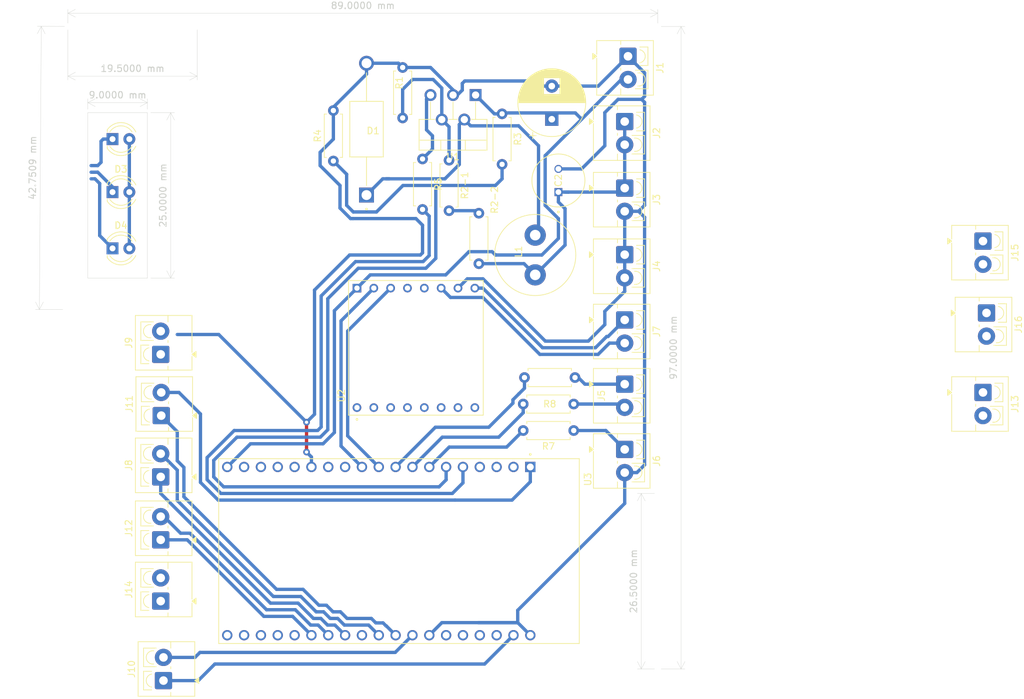
<source format=kicad_pcb>
(kicad_pcb (version 20240108) (generator "pcbnew") (generator_version "8.0")
  (layers (0 "F.Cu" signal) (31 "B.Cu" signal) (34 "B.Paste" user) (35 "F.Paste" user) (36 "B.SilkS" user "B.Silkscreen") (37 "F.SilkS" user "F.Silkscreen") (38 "B.Mask" user) (39 "F.Mask" user) (44 "Edge.Cuts" user))
  (net 0 "")
  (net 1 "+6V")
  (net 2 "GNDREF")
  (net 3 "Net-(D1-K)")
  (net 4 "Net-(U3-IO33)")
  (net 5 "Net-(U1-~{ON}{slash}OFF)")
  (net 6 "Net-(U1-FB)")
  (net 7 "Net-(R2-1-Pad2)")
  (net 8 "Net-(U3-IO35)")
  (net 9 "Net-(U3-IO34)")
  (net 11 "Net-(J2-Pin_1)")
  (net 12 "Net-(J9-Pin_1)")
  (net 13 "unconnected-(D2-K-Pad1)")
  (net 14 "Net-(D2-A)")
  (net 15 "unconnected-(D3-K-Pad1)")
  (net 16 "Net-(J13-Pin_2)")
  (net 18 "Net-(U3-IO25)")
  (net 19 "Net-(J13-Pin_1)")
  (net 20 "Net-(J7-Pin_1)")
  (net 24 "Net-(J14-Pin_2)")
  (net 25 "Net-(U3-IO32)")
  (net 28 "Net-(J14-Pin_1)")
  (net 29 "Net-(J7-Pin_2)")
  (net 32 "Net-(J8-Pin_2)")
  (net 33 "Net-(J15-Pin_2)")
  (net 34 "Net-(J8-Pin_1)")
  (net 35 "Net-(J15-Pin_1)")
  (net 38 "Net-(J10-Pin_1)")
  (net 39 "Net-(J16-Pin_1)")
  (net 41 "Net-(J10-Pin_2)")
  (net 42 "Net-(J11-Pin_2)")
  (net 43 "Net-(J11-Pin_1)")
  (net 44 "Net-(J12-Pin_1)")
  (net 45 "Net-(J12-Pin_2)")
  (net 52 "Net-(U2-RX)")
  (net 57 "Net-(U2-TX)")
  (net 58 "unconnected-(D4-K-Pad1)")
  (net 59 "Net-(J5-Pin_1)")
  (net 60 "Net-(J5-Pin_2)")
  (net 61 "Net-(J6-Pin_1)")
  (footprint "Resistor_THT:R_Axial_DIN0207_L6.3mm_D2.5mm_P7.62mm_Horizontal" (layer "F.Cu") (at 126.5 40.19 -90)
    (property "Reference" "R3" (at 3.81 -2.37 90) (layer "F.SilkS"))
    (property "Value" "160k")
    (pad "1" thru_hole circle (at 0 0 270) (size 1.6 1.6) (drill 0.8) (layers "*.Cu" "*.Mask") (net 1 "+6V"))
    (pad "2" thru_hole oval (at 7.62 0 270) (size 1.6 1.6) (drill 0.8) (layers "*.Cu" "*.Mask") (net 8 "Net-(U3-IO35)"))
  )
  (footprint "SchottkyDIodeFor491:DIOAD1990W125L840D530" (layer "F.Cu") (at 106.05 42.5 90)
    (property "Reference" "D1" (at -0.25 1 180) (layer "F.SilkS"))
    (property "Value" "D_Schottky")
    (pad "1" thru_hole rect (at -9.95 0 90) (size 2.25 2.25) (drill 1.5) (layers "*.Cu" "*.Mask") (net 3 "Net-(D1-K)"))
    (pad "2" thru_hole circle (at 9.95 0 90) (size 2.25 2.25) (drill 1.5) (layers "*.Cu" "*.Mask") (net 2 "GNDREF"))
  )
  (footprint "Resistor_THT:R_Axial_DIN0207_L6.3mm_D2.5mm_P7.62mm_Horizontal" (layer "F.Cu") (at 111.5 33.19 -90)
    (property "Reference" "R1" (at 2.31 0.5 90) (layer "F.SilkS"))
    (property "Value" "82k")
    (pad "1" thru_hole circle (at 0 0 270) (size 1.6 1.6) (drill 0.8) (layers "*.Cu" "*.Mask") (net 2 "GNDREF"))
    (pad "2" thru_hole oval (at 7.62 0 270) (size 1.6 1.6) (drill 0.8) (layers "*.Cu" "*.Mask") (net 6 "Net-(U1-FB)"))
  )
  (footprint "TerminalBlock_4Ucon:TerminalBlock_4Ucon_1x02_P3.50mm_Vertical" (layer "F.Cu") (at 75 113.75 90)
    (property "Reference" "J14" (at 1.75 -4.82 90) (layer "F.SilkS"))
    (property "Value" "0215")
    (pad "1" thru_hole roundrect (at 0 0 90) (size 2.6 2.6) (drill 1.3) (layers "*.Cu" "*.Mask") (roundrect_rratio 0.096154) (net 28 "Net-(J14-Pin_1)"))
    (pad "2" thru_hole circle (at 3.5 0 90) (size 2.6 2.6) (drill 1.3) (layers "*.Cu" "*.Mask") (net 24 "Net-(J14-Pin_2)"))
  )
  (footprint "Resistor_THT:R_Axial_DIN0207_L6.3mm_D2.5mm_P7.62mm_Horizontal" (layer "F.Cu") (at 137.31 88 180)
    (property "Reference" "R7" (at 3.81 -2.37 0) (layer "F.SilkS"))
    (property "Value" "330")
    (pad "1" thru_hole circle (at 0 0 180) (size 1.6 1.6) (drill 0.8) (layers "*.Cu" "*.Mask") (net 61 "Net-(J6-Pin_1)"))
    (pad "2" thru_hole oval (at 7.62 0 180) (size 1.6 1.6) (drill 0.8) (layers "*.Cu" "*.Mask") (net 25 "Net-(U3-IO32)"))
  )
  (footprint "Resistor_THT:R_Axial_DIN0207_L6.3mm_D2.5mm_P7.62mm_Horizontal" (layer "F.Cu") (at 137.5 80 180)
    (property "Reference" "R8" (at 3.81 -4 0) (layer "F.SilkS"))
    (property "Value" "330")
    (pad "1" thru_hole circle (at 0 0 180) (size 1.6 1.6) (drill 0.8) (layers "*.Cu" "*.Mask") (net 59 "Net-(J5-Pin_1)"))
    (pad "2" thru_hole oval (at 7.62 0 180) (size 1.6 1.6) (drill 0.8) (layers "*.Cu" "*.Mask") (net 18 "Net-(U3-IO25)"))
  )
  (footprint "Inductor_THT:L_Radial_D12.0mm_P6.00mm_Murata_1900R" (layer "F.Cu") (at 131.5 64.5 90)
    (property "Reference" "L1" (at 3.5 -2.5 90) (layer "F.SilkS"))
    (property "Value" "68m")
    (pad "1" thru_hole circle (at 0 0 90) (size 3.2 3.2) (drill 1.6) (layers "*.Cu" "*.Mask") (net 11 "Net-(J2-Pin_1)"))
    (pad "2" thru_hole circle (at 6 0 90) (size 3.2 3.2) (drill 1.6) (layers "*.Cu" "*.Mask") (net 3 "Net-(D1-K)"))
  )
  (footprint "Capacitor_THT:CP_Radial_D10.0mm_P5.00mm" (layer "F.Cu") (at 134 41 90)
    (property "Reference" "C3" (hide yes))
    (property "Value" "470 uF" (hide yes))
    (pad "1" thru_hole rect (at 0 0 90) (size 2 2) (drill 1) (layers "*.Cu" "*.Mask") (net 1 "+6V"))
    (pad "2" thru_hole circle (at 5 0 90) (size 2 2) (drill 1) (layers "*.Cu" "*.Mask") (net 2 "GNDREF"))
  )
  (footprint "TerminalBlock_4Ucon:TerminalBlock_4Ucon_1x02_P3.50mm_Vertical" (layer "F.Cu") (at 75 76.5 90)
    (property "Reference" "J9" (at 1.75 -4.82 90) (layer "F.SilkS"))
    (property "Value" "22/GND")
    (pad "1" thru_hole roundrect (at 0 0 90) (size 2.6 2.6) (drill 1.3) (layers "*.Cu" "*.Mask") (roundrect_rratio 0.096154) (net 12 "Net-(J9-Pin_1)"))
    (pad "2" thru_hole circle (at 3.5 0 90) (size 2.6 2.6) (drill 1.3) (layers "*.Cu" "*.Mask") (net 2 "GNDREF"))
  )
  (footprint "TerminalBlock_4Ucon:TerminalBlock_4Ucon_1x02_P3.50mm_Vertical" (layer "F.Cu") (at 145.5 31.5 -90)
    (property "Reference" "J1" (at 1.75 -4.82 90) (layer "F.SilkS"))
    (property "Value" "BATTERY TERMS")
    (pad "1" thru_hole roundrect (at 0 0 270) (size 2.6 2.6) (drill 1.3) (layers "*.Cu" "*.Mask") (roundrect_rratio 0.096154) (net 2 "GNDREF"))
    (pad "2" thru_hole circle (at 3.5 0 270) (size 2.6 2.6) (drill 1.3) (layers "*.Cu" "*.Mask") (net 1 "+6V"))
  )
  (footprint "Package_TO_SOT_THT:TO-220-5_P3.4x3.7mm_StaggerOdd_Lead3.8mm_Vertical" (layer "F.Cu") (at 122.504214 37.35 180)
    (property "Reference" "U1" (at 3.4 -9.32 0) (layer "F.SilkS"))
    (property "Value" "LM2596T-3.3")
    (pad "1" thru_hole rect (at 0 0 180) (size 1.8 1.8) (drill 1.1) (layers "*.Cu" "*.Mask") (net 1 "+6V"))
    (pad "2" thru_hole oval (at 1.7 -3.7 180) (size 1.8 1.8) (drill 1.1) (layers "*.Cu" "*.Mask") (net 3 "Net-(D1-K)"))
    (pad "3" thru_hole oval (at 3.4 0 180) (size 1.8 1.8) (drill 1.1) (layers "*.Cu" "*.Mask") (net 2 "GNDREF"))
    (pad "4" thru_hole oval (at 5.1 -3.7 180) (size 1.8 1.8) (drill 1.1) (layers "*.Cu" "*.Mask") (net 6 "Net-(U1-FB)"))
    (pad "5" thru_hole oval (at 6.8 0 180) (size 1.8 1.8) (drill 1.1) (layers "*.Cu" "*.Mask") (net 5 "Net-(U1-~{ON}{slash}OFF)"))
  )
  (footprint "TerminalBlock_4Ucon:TerminalBlock_4Ucon_1x02_P3.50mm_Vertical" (layer "F.Cu") (at 145 61.45 -90)
    (property "Reference" "J4" (at 1.75 -4.82 90) (layer "F.SilkS"))
    (property "Value" "GND")
    (pad "1" thru_hole roundrect (at 0 0 270) (size 2.6 2.6) (drill 1.3) (layers "*.Cu" "*.Mask") (roundrect_rratio 0.096154) (net 2 "GNDREF"))
    (pad "2" thru_hole circle (at 3.5 0 270) (size 2.6 2.6) (drill 1.3) (layers "*.Cu" "*.Mask") (net 2 "GNDREF"))
  )
  (footprint "TerminalBlock_4Ucon:TerminalBlock_4Ucon_1x02_P3.50mm_Vertical" (layer "F.Cu") (at 145 90.85 -90)
    (property "Reference" "J6" (at 1.75 -4.82 90) (layer "F.SilkS"))
    (property "Value" "LED'S AND GND")
    (pad "1" thru_hole roundrect (at 0 0 270) (size 2.6 2.6) (drill 1.3) (layers "*.Cu" "*.Mask") (roundrect_rratio 0.096154) (net 61 "Net-(J6-Pin_1)"))
    (pad "2" thru_hole circle (at 3.5 0 270) (size 2.6 2.6) (drill 1.3) (layers "*.Cu" "*.Mask") (net 2 "GNDREF"))
  )
  (footprint "Resistor_THT:R_Axial_DIN0207_L6.3mm_D2.5mm_P7.62mm_Horizontal" (layer "F.Cu") (at 118.5 47.19 -90)
    (property "Reference" "R2-1" (at 3.81 -2.37 90) (layer "F.SilkS"))
    (property "Value" "18k")
    (pad "1" thru_hole circle (at 0 0 270) (size 1.6 1.6) (drill 0.8) (layers "*.Cu" "*.Mask") (net 6 "Net-(U1-FB)"))
    (pad "2" thru_hole oval (at 7.62 0 270) (size 1.6 1.6) (drill 0.8) (layers "*.Cu" "*.Mask") (net 7 "Net-(R2-1-Pad2)"))
  )
  (footprint "LED_THT:LED_D4.0mm" (layer "F.Cu") (at 67.73 52)
    (property "Reference" "D3" (at 1.27 -3.46 0) (layer "F.SilkS"))
    (property "Value" "YELLOW")
    (pad "1" thru_hole rect (at 0 0) (size 1.8 1.8) (drill 0.9) (layers "*.Cu" "*.Mask") (net 15 "unconnected-(D3-K-Pad1)"))
    (pad "2" thru_hole circle (at 2.54 0) (size 1.8 1.8) (drill 0.9) (layers "*.Cu" "*.Mask") (net 14 "Net-(D2-A)"))
  )
  (footprint "Resistor_THT:R_Axial_DIN0207_L6.3mm_D2.5mm_P7.62mm_Horizontal" (layer "F.Cu") (at 114.5 47 -90)
    (property "Reference" "R5" (at 3.81 -2.37 90) (layer "F.SilkS"))
    (property "Value" "330")
    (pad "1" thru_hole circle (at 0 0 270) (size 1.6 1.6) (drill 0.8) (layers "*.Cu" "*.Mask") (net 5 "Net-(U1-~{ON}{slash}OFF)"))
    (pad "2" thru_hole oval (at 7.62 0 270) (size 1.6 1.6) (drill 0.8) (layers "*.Cu" "*.Mask") (net 9 "Net-(U3-IO34)"))
  )
  (footprint "Resistor_THT:R_Axial_DIN0207_L6.3mm_D2.5mm_P7.62mm_Horizontal" (layer "F.Cu") (at 137.31 84 180)
    (property "Reference" "R6" (hide yes))
    (property "Value" "330")
    (pad "1" thru_hole circle (at 0 0 180) (size 1.6 1.6) (drill 0.8) (layers "*.Cu" "*.Mask") (net 60 "Net-(J5-Pin_2)"))
    (pad "2" thru_hole oval (at 7.62 0 180) (size 1.6 1.6) (drill 0.8) (layers "*.Cu" "*.Mask") (net 4 "Net-(U3-IO33)"))
  )
  (footprint "TerminalBlock_4Ucon:TerminalBlock_4Ucon_1x02_P3.50mm_Vertical" (layer "F.Cu") (at 75 104.5 90)
    (property "Reference" "J12" (at 1.75 -4.82 90) (layer "F.SilkS"))
    (property "Value" "0017")
    (pad "1" thru_hole roundrect (at 0 0 90) (size 2.6 2.6) (drill 1.3) (layers "*.Cu" "*.Mask") (roundrect_rratio 0.096154) (net 44 "Net-(J12-Pin_1)"))
    (pad "2" thru_hole circle (at 3.5 0 90) (size 2.6 2.6) (drill 1.3) (layers "*.Cu" "*.Mask") (net 45 "Net-(J12-Pin_2)"))
  )
  (footprint "LED_THT:LED_D4.0mm" (layer "F.Cu") (at 67.73 60.5)
    (property "Reference" "D4" (at 1.27 -3.46 0) (layer "F.SilkS"))
    (property "Value" "GREEN")
    (pad "1" thru_hole rect (at 0 0) (size 1.8 1.8) (drill 0.9) (layers "*.Cu" "*.Mask") (net 58 "unconnected-(D4-K-Pad1)"))
    (pad "2" thru_hole circle (at 2.54 0) (size 1.8 1.8) (drill 0.9) (layers "*.Cu" "*.Mask") (net 14 "Net-(D2-A)"))
  )
  (footprint "TerminalBlock_4Ucon:TerminalBlock_4Ucon_1x02_P3.50mm_Vertical" (layer "F.Cu") (at 199.05 59.4 -90)
    (property "Reference" "J15" (at 1.75 -4.82 90) (layer "F.SilkS"))
    (property "Value" "1312")
    (pad "1" thru_hole roundrect (at 0 0 270) (size 2.6 2.6) (drill 1.3) (layers "*.Cu" "*.Mask") (roundrect_rratio 0.096154) (net 35 "Net-(J15-Pin_1)"))
    (pad "2" thru_hole circle (at 3.5 0 270) (size 2.6 2.6) (drill 1.3) (layers "*.Cu" "*.Mask") (net 33 "Net-(J15-Pin_2)"))
  )
  (footprint "TerminalBlock_4Ucon:TerminalBlock_4Ucon_1x02_P3.50mm_Vertical" (layer "F.Cu") (at 145 51.4 -90)
    (property "Reference" "J3" (at 1.75 -4.82 90) (layer "F.SilkS"))
    (property "Value" "3.3V AND GND")
    (pad "1" thru_hole roundrect (at 0 0 270) (size 2.6 2.6) (drill 1.3) (layers "*.Cu" "*.Mask") (roundrect_rratio 0.096154) (net 11 "Net-(J2-Pin_1)"))
    (pad "2" thru_hole circle (at 3.5 0 270) (size 2.6 2.6) (drill 1.3) (layers "*.Cu" "*.Mask") (net 2 "GNDREF"))
  )
  (footprint "TerminalBlock_4Ucon:TerminalBlock_4Ucon_1x02_P3.50mm_Vertical" (layer "F.Cu") (at 199.5825 70.25 -90)
    (property "Reference" "J16" (at 1.75 -4.82 90) (layer "F.SilkS"))
    (property "Value" "14")
    (pad "1" thru_hole roundrect (at 0 0 270) (size 2.6 2.6) (drill 1.3) (layers "*.Cu" "*.Mask") (roundrect_rratio 0.096154) (net 39 "Net-(J16-Pin_1)"))
    (pad "2" thru_hole circle (at 3.5 0 270) (size 2.6 2.6) (drill 1.3) (layers "*.Cu" "*.Mask"))
  )
  (footprint "TerminalBlock_4Ucon:TerminalBlock_4Ucon_1x02_P3.50mm_Vertical" (layer "F.Cu") (at 145 41.35 -90)
    (property "Reference" "J2" (at 1.75 -4.82 90) (layer "F.SilkS"))
    (property "Value" "3.3V")
    (pad "1" thru_hole roundrect (at 0 0 270) (size 2.6 2.6) (drill 1.3) (layers "*.Cu" "*.Mask") (roundrect_rratio 0.096154) (net 11 "Net-(J2-Pin_1)"))
    (pad "2" thru_hole circle (at 3.5 0 270) (size 2.6 2.6) (drill 1.3) (layers "*.Cu" "*.Mask") (net 11 "Net-(J2-Pin_1)"))
  )
  (footprint "TerminalBlock_4Ucon:TerminalBlock_4Ucon_1x02_P3.50mm_Vertical" (layer "F.Cu") (at 145 81 -90)
    (property "Reference" "J5" (at 1.75 3.5 90) (layer "F.SilkS"))
    (property "Value" "LED'S" (hide yes))
    (pad "1" thru_hole roundrect (at 0 0 270) (size 2.6 2.6) (drill 1.3) (layers "*.Cu" "*.Mask") (roundrect_rratio 0.096154) (net 59 "Net-(J5-Pin_1)"))
    (pad "2" thru_hole circle (at 3.5 0 270) (size 2.6 2.6) (drill 1.3) (layers "*.Cu" "*.Mask") (net 60 "Net-(J5-Pin_2)"))
  )
  (footprint "TerminalBlock_4Ucon:TerminalBlock_4Ucon_1x02_P3.50mm_Vertical" (layer "F.Cu") (at 75.0825 85.75 90)
    (property "Reference" "J11" (at 1.75 -4.82 90) (layer "F.SilkS"))
    (property "Value" "3.3/18")
    (pad "1" thru_hole roundrect (at 0 0 90) (size 2.6 2.6) (drill 1.3) (layers "*.Cu" "*.Mask") (roundrect_rratio 0.096154) (net 43 "Net-(J11-Pin_1)"))
    (pad "2" thru_hole circle (at 3.5 0 90) (size 2.6 2.6) (drill 1.3) (layers "*.Cu" "*.Mask") (net 42 "Net-(J11-Pin_2)"))
  )
  (footprint "Resistor_THT:R_Axial_DIN0207_L6.3mm_D2.5mm_P7.62mm_Horizontal" (layer "F.Cu") (at 101.05 47.31 90)
    (property "Reference" "R4" (at 3.81 -2.37 90) (layer "F.SilkS"))
    (property "Value" "82K")
    (pad "1" thru_hole circle (at 0 0 90) (size 1.6 1.6) (drill 0.8) (layers "*.Cu" "*.Mask") (net 8 "Net-(U3-IO35)"))
    (pad "2" thru_hole oval (at 7.62 0 90) (size 1.6 1.6) (drill 0.8) (layers "*.Cu" "*.Mask") (net 2 "GNDREF"))
  )
  (footprint "TerminalBlock_4Ucon:TerminalBlock_4Ucon_1x02_P3.50mm_Vertical" (layer "F.Cu") (at 199.05 82.25 -90)
    (property "Reference" "J13" (at 1.75 -4.82 90) (layer "F.SilkS"))
    (property "Value" "0504")
    (pad "1" thru_hole roundrect (at 0 0 270) (size 2.6 2.6) (drill 1.3) (layers "*.Cu" "*.Mask") (roundrect_rratio 0.096154) (net 19 "Net-(J13-Pin_1)"))
    (pad "2" thru_hole circle (at 3.5 0 270) (size 2.6 2.6) (drill 1.3) (layers "*.Cu" "*.Mask") (net 16 "Net-(J13-Pin_2)"))
  )
  (footprint "TerminalBlock_4Ucon:TerminalBlock_4Ucon_1x02_P3.50mm_Vertical" (layer "F.Cu") (at 75.4175 125.75 90)
    (property "Reference" "J10" (at 1.75 -4.82 90) (layer "F.SilkS"))
    (property "Value" "2319")
    (pad "1" thru_hole roundrect (at 0 0 90) (size 2.6 2.6) (drill 1.3) (layers "*.Cu" "*.Mask") (roundrect_rratio 0.096154) (net 38 "Net-(J10-Pin_1)"))
    (pad "2" thru_hole circle (at 3.5 0 90) (size 2.6 2.6) (drill 1.3) (layers "*.Cu" "*.Mask") (net 41 "Net-(J10-Pin_2)"))
  )
  (footprint "Resistor_THT:R_Axial_DIN0207_L6.3mm_D2.5mm_P7.62mm_Horizontal" (layer "F.Cu") (at 123 55.19 -90)
    (property "Reference" "R2-2" (at -2 -2.37 90) (layer "F.SilkS"))
    (property "Value" "120k")
    (pad "1" thru_hole circle (at 0 0 270) (size 1.6 1.6) (drill 0.8) (layers "*.Cu" "*.Mask") (net 7 "Net-(R2-1-Pad2)"))
    (pad "2" thru_hole oval (at 7.62 0 270) (size 1.6 1.6) (drill 0.8) (layers "*.Cu" "*.Mask") (net 11 "Net-(J2-Pin_1)"))
  )
  (footprint "TerminalBlock_4Ucon:TerminalBlock_4Ucon_1x02_P3.50mm_Vertical" (layer "F.Cu") (at 75 95 90)
    (property "Reference" "J8" (at 1.75 -4.82 90) (layer "F.SilkS"))
    (property "Value" "VOLUME/JOHNS RST")
    (pad "1" thru_hole roundrect (at 0 0 90) (size 2.6 2.6) (drill 1.3) (layers "*.Cu" "*.Mask") (roundrect_rratio 0.096154) (net 34 "Net-(J8-Pin_1)"))
    (pad "2" thru_hole circle (at 3.5 0 90) (size 2.6 2.6) (drill 1.3) (layers "*.Cu" "*.Mask") (net 32 "Net-(J8-Pin_2)"))
  )
  (footprint "TerminalBlock_4Ucon:TerminalBlock_4Ucon_1x02_P3.50mm_Vertical" (layer "F.Cu") (at 145 71.3 -90)
    (property "Reference" "J7" (at 1.75 -4.82 90) (layer "F.SilkS"))
    (property "Value" "SPEAKER")
    (pad "1" thru_hole roundrect (at 0 0 270) (size 2.6 2.6) (drill 1.3) (layers "*.Cu" "*.Mask") (roundrect_rratio 0.096154) (net 20 "Net-(J7-Pin_1)"))
    (pad "2" thru_hole circle (at 3.5 0 270) (size 2.6 2.6) (drill 1.3) (layers "*.Cu" "*.Mask") (net 29 "Net-(J7-Pin_2)"))
  )
  (footprint "LED_THT:LED_D4.0mm" (layer "F.Cu") (at 67.73 44)
    (property "Reference" "D2" (hide yes))
    (property "Value" "RED")
    (pad "1" thru_hole rect (at 0 0) (size 1.8 1.8) (drill 0.9) (layers "*.Cu" "*.Mask") (net 13 "unconnected-(D2-K-Pad1)"))
    (pad "2" thru_hole circle (at 2.54 0) (size 1.8 1.8) (drill 0.9) (layers "*.Cu" "*.Mask") (net 14 "Net-(D2-A)"))
  )
  (footprint "DFR0299:DFR0299" (layer "F.Cu") (at 113.5 75.517 90)
    (property "Reference" "U2" (at -7.225 -11.235 90) (layer "F.SilkS"))
    (property "Value" "DFR0299")
    (pad "1" thru_hole rect (at 9.017 -8.89 90) (size 1.308 1.308) (drill 0.8) (layers "*.Cu" "*.Mask") (net 1 "+6V"))
    (pad "2" thru_hole circle (at 9.017 -6.35 90) (size 1.308 1.308) (drill 0.8) (layers "*.Cu" "*.Mask") (net 52 "Net-(U2-RX)"))
    (pad "3" thru_hole circle (at 9.017 -3.81 90) (size 1.308 1.308) (drill 0.8) (layers "*.Cu" "*.Mask") (net 57 "Net-(U2-TX)"))
    (pad "4" thru_hole circle (at 9.017 -1.27 90) (size 1.308 1.308) (drill 0.8) (layers "*.Cu" "*.Mask"))
    (pad "5" thru_hole circle (at 9.017 1.27 90) (size 1.308 1.308) (drill 0.8) (layers "*.Cu" "*.Mask"))
    (pad "6" thru_hole circle (at 9.017 3.81 90) (size 1.308 1.308) (drill 0.8) (layers "*.Cu" "*.Mask") (net 29 "Net-(J7-Pin_2)"))
    (pad "7" thru_hole circle (at 9.017 6.35 90) (size 1.308 1.308) (drill 0.8) (layers "*.Cu" "*.Mask") (net 2 "GNDREF"))
    (pad "8" thru_hole circle (at 9.017 8.89 90) (size 1.308 1.308) (drill 0.8) (layers "*.Cu" "*.Mask") (net 20 "Net-(J7-Pin_1)"))
    (pad "9" thru_hole circle (at -9.017 8.89 90) (size 1.308 1.308) (drill 0.8) (layers "*.Cu" "*.Mask"))
    (pad "10" thru_hole circle (at -9.017 6.35 90) (size 1.308 1.308) (drill 0.8) (layers "*.Cu" "*.Mask"))
    (pad "11" thru_hole circle (at -9.017 3.81 90) (size 1.308 1.308) (drill 0.8) (layers "*.Cu" "*.Mask"))
    (pad "12" thru_hole circle (at -9.017 1.27 90) (size 1.308 1.308) (drill 0.8) (layers "*.Cu" "*.Mask"))
    (pad "13" thru_hole circle (at -9.017 -1.27 90) (size 1.308 1.308) (drill 0.8) (layers "*.Cu" "*.Mask"))
    (pad "14" thru_hole circle (at -9.017 -3.81 90) (size 1.308 1.308) (drill 0.8) (layers "*.Cu" "*.Mask"))
    (pad "15" thru_hole circle (at -9.017 -6.35 90) (size 1.308 1.308) (drill 0.8) (layers "*.Cu" "*.Mask"))
    (pad "16" thru_hole circle (at -9.017 -8.89 90) (size 1.308 1.308) (drill 0.8) (layers "*.Cu" "*.Mask"))
  )
  (footprint "ESP32:MODULE_ESP32-DEVKITC-32D" (layer "F.Cu") (at 111 106.2 -90)
    (property "Reference" "U3" (at -10.829175 -28.446045 90) (layer "F.SilkS") (effects (font (size 1.000386 1.000386))))
    (property "Value" "ESP32-DEVKITC-32D")
    (pad "J2-1" thru_hole rect (at -12.7 -19.76 270) (size 1.56 1.56) (drill 1.04) (layers "*.Cu" "*.Mask") (net 42 "Net-(J11-Pin_2)"))
    (pad "J2-2" thru_hole circle (at -12.7 -17.22 270) (size 1.56 1.56) (drill 1.04) (layers "*.Cu" "*.Mask"))
    (pad "J2-3" thru_hole circle (at -12.7 -14.68 270) (size 1.56 1.56) (drill 1.04) (layers "*.Cu" "*.Mask"))
    (pad "J2-4" thru_hole circle (at -12.7 -12.14 270) (size 1.56 1.56) (drill 1.04) (layers "*.Cu" "*.Mask"))
    (pad "J2-5" thru_hole circle (at -12.7 -9.6 270) (size 1.56 1.56) (drill 1.04) (layers "*.Cu" "*.Mask") (net 9 "Net-(U3-IO34)"))
    (pad "J2-6" thru_hole circle (at -12.7 -7.06 270) (size 1.56 1.56) (drill 1.04) (layers "*.Cu" "*.Mask") (net 8 "Net-(U3-IO35)"))
    (pad "J2-7" thru_hole circle (at -12.7 -4.52 270) (size 1.56 1.56) (drill 1.04) (layers "*.Cu" "*.Mask") (net 25 "Net-(U3-IO32)"))
    (pad "J2-8" thru_hole circle (at -12.7 -1.98 270) (size 1.56 1.56) (drill 1.04) (layers "*.Cu" "*.Mask") (net 4 "Net-(U3-IO33)"))
    (pad "J2-9" thru_hole circle (at -12.7 0.56 270) (size 1.56 1.56) (drill 1.04) (layers "*.Cu" "*.Mask") (net 18 "Net-(U3-IO25)"))
    (pad "J2-10" thru_hole circle (at -12.7 3.1 270) (size 1.56 1.56) (drill 1.04) (layers "*.Cu" "*.Mask") (net 57 "Net-(U2-TX)"))
    (pad "J2-11" thru_hole circle (at -12.7 5.64 270) (size 1.56 1.56) (drill 1.04) (layers "*.Cu" "*.Mask") (net 52 "Net-(U2-RX)"))
    (pad "J2-12" thru_hole circle (at -12.7 8.18 270) (size 1.56 1.56) (drill 1.04) (layers "*.Cu" "*.Mask") (net 39 "Net-(J16-Pin_1)"))
    (pad "J2-13" thru_hole circle (at -12.7 10.72 270) (size 1.56 1.56) (drill 1.04) (layers "*.Cu" "*.Mask") (net 33 "Net-(J15-Pin_2)"))
    (pad "J2-14" thru_hole circle (at -12.7 13.26 270) (size 1.56 1.56) (drill 1.04) (layers "*.Cu" "*.Mask") (net 2 "GNDREF"))
    (pad "J2-15" thru_hole circle (at -12.7 15.8 270) (size 1.56 1.56) (drill 1.04) (layers "*.Cu" "*.Mask") (net 35 "Net-(J15-Pin_1)"))
    (pad "J2-16" thru_hole circle (at -12.7 18.34 270) (size 1.56 1.56) (drill 1.04) (layers "*.Cu" "*.Mask"))
    (pad "J2-17" thru_hole circle (at -12.7 20.88 270) (size 1.56 1.56) (drill 1.04) (layers "*.Cu" "*.Mask"))
    (pad "J2-18" thru_hole circle (at -12.7 23.42 270) (size 1.56 1.56) (drill 1.04) (layers "*.Cu" "*.Mask"))
    (pad "J2-19" thru_hole circle (at -12.7 25.96 270) (size 1.56 1.56) (drill 1.04) (layers "*.Cu" "*.Mask") (net 1 "+6V"))
    (pad "J3-1" thru_hole circle (at 12.7 -19.76 270) (size 1.56 1.56) (drill 1.04) (layers "*.Cu" "*.Mask") (net 2 "GNDREF"))
    (pad "J3-2" thru_hole circle (at 12.7 -17.22 270) (size 1.56 1.56) (drill 1.04) (layers "*.Cu" "*.Mask") (net 38 "Net-(J10-Pin_1)"))
    (pad "J3-3" thru_hole circle (at 12.7 -14.68 270) (size 1.56 1.56) (drill 1.04) (layers "*.Cu" "*.Mask") (net 12 "Net-(J9-Pin_1)"))
    (pad "J3-4" thru_hole circle (at 12.7 -12.14 270) (size 1.56 1.56) (drill 1.04) (layers "*.Cu" "*.Mask"))
    (pad "J3-5" thru_hole circle (at 12.7 -9.6 270) (size 1.56 1.56) (drill 1.04) (layers "*.Cu" "*.Mask"))
    (pad "J3-6" thru_hole circle (at 12.7 -7.06 270) (size 1.56 1.56) (drill 1.04) (layers "*.Cu" "*.Mask") (net 32 "Net-(J8-Pin_2)"))
    (pad "J3-7" thru_hole circle (at 12.7 -4.52 270) (size 1.56 1.56) (drill 1.04) (layers "*.Cu" "*.Mask") (net 2 "GNDREF"))
    (pad "J3-8" thru_hole circle (at 12.7 -1.98 270) (size 1.56 1.56) (drill 1.04) (layers "*.Cu" "*.Mask") (net 41 "Net-(J10-Pin_2)"))
    (pad "J3-9" thru_hole circle (at 12.7 0.56 270) (size 1.56 1.56) (drill 1.04) (layers "*.Cu" "*.Mask") (net 43 "Net-(J11-Pin_1)"))
    (pad "J3-10" thru_hole circle (at 12.7 3.1 270) (size 1.56 1.56) (drill 1.04) (layers "*.Cu" "*.Mask") (net 19 "Net-(J13-Pin_1)"))
    (pad "J3-11" thru_hole circle (at 12.7 5.64 270) (size 1.56 1.56) (drill 1.04) (layers "*.Cu" "*.Mask") (net 45 "Net-(J12-Pin_2)"))
    (pad "J3-12" thru_hole circle (at 12.7 8.18 270) (size 1.56 1.56) (drill 1.04) (layers "*.Cu" "*.Mask") (net 34 "Net-(J8-Pin_1)"))
    (pad "J3-13" thru_hole circle (at 12.7 10.72 270) (size 1.56 1.56) (drill 1.04) (layers "*.Cu" "*.Mask") (net 16 "Net-(J13-Pin_2)"))
    (pad "J3-14" thru_hole circle (at 12.7 13.26 270) (size 1.56 1.56) (drill 1.04) (layers "*.Cu" "*.Mask") (net 44 "Net-(J12-Pin_1)"))
    (pad "J3-15" thru_hole circle (at 12.7 15.8 270) (size 1.56 1.56) (drill 1.04) (layers "*.Cu" "*.Mask") (net 24 "Net-(J14-Pin_2)"))
    (pad "J3-16" thru_hole circle (at 12.7 18.34 270) (size 1.56 1.56) (drill 1.04) (layers "*.Cu" "*.Mask") (net 28 "Net-(J14-Pin_1)"))
    (pad "J3-17" thru_hole circle (at 12.7 20.88 270) (size 1.56 1.56) (drill 1.04) (layers "*.Cu" "*.Mask"))
    (pad "J3-18" thru_hole circle (at 12.7 23.42 270) (size 1.56 1.56) (drill 1.04) (layers "*.Cu" "*.Mask"))
    (pad "J3-19" thru_hole circle (at 12.7 25.96 270) (size 1.56 1.56) (drill 1.04) (layers "*.Cu" "*.Mask"))
  )
  (footprint "220UFRadialTHCAP:220uFRadialTHCAP" (layer "F.Cu") (at 135 50.25 90)
    (property "Reference" "C2" (at 0 0 90) (layer "F.SilkS"))
    (property "Value" "220u")
    (pad "1" thru_hole rect (at -1.75 0 90) (size 1.2 1.2) (drill 0.85) (layers "*.Cu" "*.Mask") (net 11 "Net-(J2-Pin_1)"))
    (pad "2" thru_hole circle (at 1.75 0 90) (size 1.2 1.2) (drill 0.85) (layers "*.Cu" "*.Mask") (net 2 "GNDREF"))
  )
  (gr_rect (start 64 40) (end 73 65) (stroke (width 0.05)) (fill none) (layer "Edge.Cuts"))
  (dimension (type aligned) (layer "Edge.Cuts") (pts (xy 64 40) (xy 73 40)) (height -1.5) (gr_text "9.0000 mm" (at 68.5 37.35 0) (layer "Edge.Cuts") (effects (font (size 1 1) (thickness 0.15)))) (format (prefix "") (suffix "") (units 3) (units_format 1) (precision 4)) (style (thickness 0.05) (arrow_length 1.27) (text_position_mode 0) (extension_height 0.58642) (extension_offset 0.5) keep_text_aligned))
  (dimension (type aligned) (layer "Edge.Cuts") (pts (xy 150 27) (xy 61 27)) (height 1.999999) (gr_text "89.0000 mm" (at 105.5 23.850001 0) (layer "Edge.Cuts") (effects (font (size 1 1) (thickness 0.15)))) (format (prefix "") (suffix "") (units 3) (units_format 1) (precision 4)) (style (thickness 0.05) (arrow_length 1.27) (text_position_mode 0) (extension_height 0.58642) (extension_offset 0.5) keep_text_aligned))
  (dimension (type aligned) (layer "Edge.Cuts") (pts (xy 73 40) (xy 73 65)) (height -3.5) (gr_text "25.0000 mm" (at 75.35 52.5 90) (layer "Edge.Cuts") (effects (font (size 1 1) (thickness 0.15)))) (format (prefix "") (suffix "") (units 3) (units_format 1) (precision 4)) (style (thickness 0.05) (arrow_length 1.27) (text_position_mode 0) (extension_height 0.58642) (extension_offset 0.5) keep_text_aligned))
  (dimension (type aligned) (layer "Edge.Cuts") (pts (xy 150 97.5) (xy 150 124)) (height 2.5) (gr_text "26.5000 mm" (at 146.35 110.75 90) (layer "Edge.Cuts") (effects (font (size 1 1) (thickness 0.15)))) (format (prefix "") (suffix "") (units 3) (units_format 1) (precision 4)) (style (thickness 0.05) (arrow_length 1.27) (text_position_mode 0) (extension_height 0.58642) (extension_offset 0.5) keep_text_aligned))
  (dimension (type aligned) (layer "Edge.Cuts") (pts (xy 60.717767 69.75) (xy 61 27)) (height -4.018325) (gr_text "42.7509 mm" (at 55.690672 48.34088 89.62174077) (layer "Edge.Cuts") (effects (font (size 1 1) (thickness 0.15)))) (format (prefix "") (suffix "") (units 3) (units_format 1) (precision 4)) (style (thickness 0.05) (arrow_length 1.27) (text_position_mode 0) (extension_height 0.58642) (extension_offset 0.5) keep_text_aligned))
  (dimension (type aligned) (layer "Edge.Cuts") (pts (xy 61 27) (xy 80.5 27)) (height 7.5) (gr_text "19.5000 mm" (at 70.75 33.35 0) (layer "Edge.Cuts") (effects (font (size 1 1) (thickness 0.15)))) (format (prefix "") (suffix "") (units 3) (units_format 1) (precision 4)) (style (thickness 0.05) (arrow_length 1.27) (text_position_mode 0) (extension_height 0.58642) (extension_offset 0.5) keep_text_aligned))
  (dimension (type aligned) (layer "Edge.Cuts") (pts (xy 150 27) (xy 150 124)) (height -3.5) (gr_text "97.0000 mm" (at 152.35 75.5 90) (layer "Edge.Cuts") (effects (font (size 1 1) (thickness 0.15)))) (format (prefix "") (suffix "") (units 3) (units_format 1) (precision 4)) (style (thickness 0.05) (arrow_length 1.27) (text_position_mode 0) (extension_height 0.58642) (extension_offset 0.5) keep_text_aligned))
  (segment (start 104.61 66.5) (end 106.61 64.5) (width 0.5) (layer "B.Cu") (net 1))
  (segment (start 135 59) (end 135 56) (width 0.5) (layer "B.Cu") (net 1))
  (segment (start 101.205999 88.294001) (end 101.205999 69.904001) (width 0.5) (layer "B.Cu") (net 1))
  (segment (start 133 46.5) (end 144.5 35) (width 0.5) (layer "B.Cu") (net 1))
  (segment (start 118 64.5) (end 121.5 61) (width 0.5) (layer "B.Cu") (net 1))
  (segment (start 144.5 35) (end 145.5 35) (width 0.5) (layer "B.Cu") (net 1))
  (segment (start 127.359999 40.049999) (end 137.549999 40.049999) (width 0.5) (layer "B.Cu") (net 1))
  (segment (start 88.54 90) (end 99.5 90) (width 0.5) (layer "B.Cu") (net 1))
  (segment (start 135 56) (end 133 54) (width 0.5) (layer "B.Cu") (net 1))
  (segment (start 101.205999 69.904001) (end 104.61 66.5) (width 0.5) (layer "B.Cu") (net 1))
  (segment (start 125.541701 61.458299) (end 125.5 61.5) (width 0.5) (layer "B.Cu") (net 1))
  (segment (start 132.5 61.5) (end 135 59) (width 0.5) (layer "B.Cu") (net 1))
  (segment (start 125.344214 40.19) (end 126.5 40.19) (width 0.5) (layer "B.Cu") (net 1))
  (segment (start 122.504214 37.35) (end 125.344214 40.19) (width 0.5) (layer "B.Cu") (net 1))
  (segment (start 121.5 61) (end 125 61) (width 0.5) (layer "B.Cu") (net 1))
  (segment (start 85.04 93.5) (end 88.54 90) (width 0.5) (layer "B.Cu") (net 1))
  (segment (start 99.5 90) (end 101.205999 88.294001) (width 0.5) (layer "B.Cu") (net 1))
  (segment (start 133 54) (end 133 46.5) (width 0.5) (layer "B.Cu") (net 1))
  (segment (start 137.549999 40.049999) (end 138.5 41) (width 0.5) (layer "B.Cu") (net 1))
  (segment (start 125.5 61.5) (end 132.5 61.5) (width 0.5) (layer "B.Cu") (net 1))
  (segment (start 106.61 64.5) (end 118 64.5) (width 0.5) (layer "B.Cu") (net 1))
  (segment (start 125 61) (end 125.5 61.5) (width 0.5) (layer "B.Cu") (net 1))
  (segment (start 97 91.25) (end 97 86.75) (width 0.5) (layer "F.Cu") (net 2))
  (via (at 97 86.75) (size 1) (drill 0.5) (layers "F.Cu" "B.Cu") (net 2))
  (via (at 97 91.25) (size 1) (drill 0.5) (layers "F.Cu" "B.Cu") (net 2))
  (segment (start 147.1 54.9) (end 145 54.9) (width 0.5) (layer "B.Cu") (net 2))
  (segment (start 148 54) (end 147.1 54.9) (width 0.5) (layer "B.Cu") (net 2))
  (segment (start 123.616428 65.096) (end 133.020428 74.5) (width 0.5) (layer "B.Cu") (net 2))
  (segment (start 98.205999 66.794001) (end 103.5 61.5) (width 0.5) (layer "B.Cu") (net 2))
  (segment (start 119.85 66.5) (end 121.254 65.096) (width 0.5) (layer "B.Cu") (net 2))
  (segment (start 106.05 34.19) (end 106.05 32.55) (width 0.5) (layer "B.Cu") (net 2))
  (segment (start 120.5 35.6) (end 120.872893 35.227107) (width 0.5) (layer "B.Cu") (net 2))
  (segment (start 146.838477 94.35) (end 148 93.188477) (width 0.5) (layer "B.Cu") (net 2))
  (segment (start 101.05 39.19) (end 106.05 34.19) (width 0.5) (layer "B.Cu") (net 2))
  (segment (start 128.86 117) (end 130.76 118.9) (width 0.5) (layer "B.Cu") (net 2))
  (segment (start 141 36) (end 145.5 31.5) (width 0.5) (layer "B.Cu") (net 2))
  (segment (start 101.05 44) (end 101.05 39.69) (width 0.5) (layer "B.Cu") (net 2))
  (segment (start 120.872893 35.227107) (end 130.727107 35.227107) (width 0.5) (layer "B.Cu") (net 2))
  (segment (start 115.708428 33.19) (end 119.104214 36.585786) (width 0.5) (layer "B.Cu") (net 2))
  (segment (start 145 99) (end 143 101) (width 0.5) (layer "B.Cu") (net 2))
  (segment (start 133.020428 74.5) (end 139.5 74.5) (width 0.5) (layer "B.Cu") (net 2))
  (segment (start 114.171572 61.5) (end 114.5 61.171572) (width 0.5) (layer "B.Cu") (net 2))
  (segment (start 121.254 65.096) (end 123.616428 65.096) (width 0.5) (layer "B.Cu") (net 2))
  (segment (start 119.754214 37.35) (end 120.5 36.604214) (width 0.5) (layer "B.Cu") (net 2))
  (segment (start 145.5 31.5) (end 148 34) (width 0.5) (layer "B.Cu") (net 2))
  (segment (start 120.5 36.604214) (end 120.5 35.6) (width 0.5) (layer "B.Cu") (net 2))
  (segment (start 97.74 91.99) (end 97 91.25) (width 0.5) (layer "B.Cu") (net 2))
  (segment (start 97 86.75) (end 98.205999 85.544001) (width 0.5) (layer "B.Cu") (net 2))
  (segment (start 138.5 48.5) (end 135 48.5) (width 0.5) (layer "B.Cu") (net 2))
  (segment (start 148 93.188477) (end 148 55.8) (width 0.5) (layer "B.Cu") (net 2))
  (segment (start 83.75 73.5) (end 97 86.75) (width 0.5) (layer "B.Cu") (net 2))
  (segment (start 148 38.45) (end 148 54) (width 0.5) (layer "B.Cu") (net 2))
  (segment (start 142 70) (end 145 67) (width 0.5) (layer "B.Cu") (net 2))
  (segment (start 148 55.8) (end 147.1 54.9) (width 0.5) (layer "B.Cu") (net 2))
  (segment (start 99.05 48) (end 99.05 46) (width 0.5) (layer "B.Cu") (net 2))
  (segment (start 102.05 51) (end 99.05 48) (width 0.5) (layer "B.Cu") (net 2))
  (segment (start 142 45) (end 138.5 48.5) (width 0.5) (layer "B.Cu") (net 2))
  (segment (start 142 40) (end 142 45) (width 0.5) (layer "B.Cu") (net 2))
  (segment (start 97.74 93.5) (end 97.74 91.99) (width 0.5) (layer "B.Cu") (net 2))
  (segment (start 106.05 32.55) (end 110.86 32.55) (width 0.5) (layer "B.Cu") (net 2))
  (segment (start 145 54.9) (end 145 64.95) (width 0.5) (layer "B.Cu") (net 2))
  (segment (start 131.5 36) (end 141 36) (width 0.5) (layer "B.Cu") (net 2))
  (segment (start 148 34) (end 148 37.55) (width 0.5) (layer "B.Cu") (net 2))
  (segment (start 103.5 61.5) (end 114.171572 61.5) (width 0.5) (layer "B.Cu") (net 2))
  (segment (start 111.5 33.19) (end 115.708428 33.19) (width 0.5) (layer "B.Cu") (net 2))
  (segment (start 147.55 38) (end 148 38.45) (width 0.5) (layer "B.Cu") (net 2))
  (segment (start 98.205999 85.544001) (end 98.205999 66.794001) (width 0.5) (layer "B.Cu") (net 2))
  (segment (start 114.5 57) (end 113.5 56) (width 0.5) (layer "B.Cu") (net 2))
  (segment (start 119.104214 37.35) (end 119.754214 37.35) (width 0.5) (layer "B.Cu") (net 2))
  (segment (start 128.86 117) (end 122.917767 117) (width 0.5) (layer "B.Cu") (net 2))
  (segment (start 145 94.35) (end 145 99) (width 0.5) (layer "B.Cu") (net 2))
  (segment (start 110.86 32.55) (end 111.5 33.19) (width 0.5) (layer "B.Cu") (net 2))
  (segment (start 144 38) (end 142 40) (width 0.5) (layer "B.Cu") (net 2))
  (segment (start 99.05 46) (end 101.05 44) (width 0.5) (layer "B.Cu") (net 2))
  (segment (start 115.52 118.9) (end 117.42 117) (width 0.5) (layer "B.Cu") (net 2))
  (segment (start 144.5 99.5) (end 128.86 115.14) (width 0.5) (layer "B.Cu") (net 2))
  (segment (start 147.55 38) (end 144 38) (width 0.5) (layer "B.Cu") (net 2))
  (segment (start 77.5 73.5) (end 83.75 73.5) (width 0.5) (layer "B.Cu") (net 2))
  (segment (start 103.635787 56.000001) (end 102.05 54.414214) (width 0.5) (layer "B.Cu") (net 2))
  (segment (start 139.5 74.5) (end 142 72) (width 0.5) (layer "B.Cu") (net 2))
  (segment (start 145 94.35) (end 146.838477 94.35) (width 0.5) (layer "B.Cu") (net 2))
  (segment (start 102.05 54.414214) (end 102.05 51) (width 0.5) (layer "B.Cu") (net 2))
  (segment (start 145 67) (end 145 64.95) (width 0.5) (layer "B.Cu") (net 2))
  (segment (start 142 72) (end 142 70) (width 0.5) (layer "B.Cu") (net 2))
  (segment (start 148 37.55) (end 147.55 38) (width 0.5) (layer "B.Cu") (net 2))
  (segment (start 130.727107 35.227107) (end 131.5 36) (width 0.5) (layer "B.Cu") (net 2))
  (segment (start 128.86 115.14) (end 128.86 117) (width 0.5) (layer "B.Cu") (net 2))
  (segment (start 117.42 117) (end 128.86 117) (width 0.5) (layer "B.Cu") (net 2))
  (segment (start 119.104214 36.585786) (end 119.104214 37.35) (width 0.5) (layer "B.Cu") (net 2))
  (segment (start 113.5 56) (end 104 56) (width 0.5) (layer "B.Cu") (net 2))
  (segment (start 104 56) (end 103.635787 56.000001) (width 0.5) (layer "B.Cu") (net 2))
  (segment (start 114.5 61.171572) (end 114.5 57) (width 0.5) (layer "B.Cu") (net 2))
  (segment (start 120.804214 41.05) (end 120.104214 41.75) (width 0.5) (layer "B.Cu") (net 3))
  (segment (start 132 45) (end 132 58) (width 0.5) (layer "B.Cu") (net 3))
  (segment (start 120.05 47.832032) (end 120.05 41.804214) (width 0.5) (layer "B.Cu") (net 3))
  (segment (start 120.05 41.804214) (end 120.804214 41.05) (width 0.5) (layer "B.Cu") (net 3))
  (segment (start 121.754214 42) (end 129 42) (width 0.5) (layer "B.Cu") (net 3))
  (segment (start 108.5 50) (end 109.5 50) (width 0.5) (layer "B.Cu") (net 3))
  (segment (start 106.05 52.45) (end 108.5 50) (width 0.5) (layer "B.Cu") (net 3))
  (segment (start 132 58) (end 131.5 58.5) (width 0.5) (layer "B.Cu") (net 3))
  (segment (start 109 50) (end 117.882032 50) (width 0.5) (layer "B.Cu") (net 3))
  (segment (start 117.882032 50) (end 120.05 47.832032) (width 0.5) (layer "B.Cu") (net 3))
  (segment (start 129 42) (end 132 45) (width 0.5) (layer "B.Cu") (net 3))
  (segment (start 120.804214 41.05) (end 121.754214 42) (width 0.5) (layer "B.Cu") (net 3))
  (segment (start 129.69 85.31) (end 129.69 84) (width 0.5) (layer "B.Cu") (net 4))
  (segment (start 117.48 89) (end 126 89) (width 0.5) (layer "B.Cu") (net 4))
  (segment (start 112.98 93.5) (end 117.48 89) (width 0.5) (layer "B.Cu") (net 4))
  (segment (start 126 89) (end 129.69 85.31) (width 0.5) (layer "B.Cu") (net 4))
  (segment (start 115.104214 42.604214) (end 116 43.5) (width 0.5) (layer "B.Cu") (net 5))
  (segment (start 115.104214 37.95) (end 115.104214 42.604214) (width 0.5) (layer "B.Cu") (net 5))
  (segment (start 116 45.5) (end 114.5 47) (width 0.5) (layer "B.Cu") (net 5))
  (segment (start 115.704214 37.35) (end 115.104214 37.95) (width 0.5) (layer "B.Cu") (net 5))
  (segment (start 116 43.5) (end 116 45.5) (width 0.5) (layer "B.Cu") (net 5))
  (segment (start 118.5 47.19) (end 118.5 42.145786) (width 0.5) (layer "B.Cu") (net 6))
  (segment (start 117.404214 36.3) (end 117.404214 41.05) (width 0.5) (layer "B.Cu") (net 6))
  (segment (start 111.5 40.81) (end 111.5 36.5) (width 0.5) (layer "B.Cu") (net 6))
  (segment (start 118.5 42.145786) (end 117.404214 41.05) (width 0.5) (layer "B.Cu") (net 6))
  (segment (start 113 35) (end 116.104214 35) (width 0.5) (layer "B.Cu") (net 6))
  (segment (start 111.5 36.5) (end 113 35) (width 0.5) (layer "B.Cu") (net 6))
  (segment (start 116.104214 35) (end 117.404214 36.3) (width 0.5) (layer "B.Cu") (net 6))
  (segment (start 122.62 54.81) (end 123 55.19) (width 0.5) (layer "B.Cu") (net 7))
  (segment (start 118.5 54.81) (end 122.62 54.81) (width 0.5) (layer "B.Cu") (net 7))
  (segment (start 107.55 55) (end 111.549999 51.000001) (width 0.5) (layer "B.Cu") (net 8))
  (segment (start 103.05 54) (end 104.05 55) (width 0.5) (layer "B.Cu") (net 8))
  (segment (start 83 95) (end 84.5 96.5) (width 0.5) (layer "B.Cu") (net 8))
  (segment (start 84.5 96.5) (end 117 96.5) (width 0.5) (layer "B.Cu") (net 8))
  (segment (start 86.5 89) (end 83 92.5) (width 0.5) (layer "B.Cu") (net 8))
  (segment (start 104.802 63.5) (end 100.205999 68.096001) (width 0.5) (layer "B.Cu") (net 8))
  (segment (start 126.5 50) (end 126.5 47.81) (width 0.5) (layer "B.Cu") (net 8))
  (segment (start 117 96.5) (end 118.06 95.44) (width 0.5) (layer "B.Cu") (net 8))
  (segment (start 116.5 62) (end 115 63.5) (width 0.5) (layer "B.Cu") (net 8))
  (segment (start 101.05 47.31) (end 103.05 49.31) (width 0.5) (layer "B.Cu") (net 8))
  (segment (start 100.205999 87.879787) (end 99.085786 89) (width 0.5) (layer "B.Cu") (net 8))
  (segment (start 99.085786 89) (end 86.5 89) (width 0.5) (layer "B.Cu") (net 8))
  (segment (start 116.5 51.000001) (end 116.5 62) (width 0.5) (layer "B.Cu") (net 8))
  (segment (start 103.05 49.31) (end 103.05 54) (width 0.5) (layer "B.Cu") (net 8))
  (segment (start 83 92.5) (end 83 95) (width 0.5) (layer "B.Cu") (net 8))
  (segment (start 100.205999 68.096001) (end 100.205999 87.879787) (width 0.5) (layer "B.Cu") (net 8))
  (segment (start 111.549999 51.000001) (end 125.499999 51.000001) (width 0.5) (layer "B.Cu") (net 8))
  (segment (start 115 63.5) (end 104.802 63.5) (width 0.5) (layer "B.Cu") (net 8))
  (segment (start 118.06 95.44) (end 118.06 93.5) (width 0.5) (layer "B.Cu") (net 8))
  (segment (start 104.05 55) (end 107.55 55) (width 0.5) (layer "B.Cu") (net 8))
  (segment (start 125.499999 51.000001) (end 126.5 50) (width 0.5) (layer "B.Cu") (net 8))
  (segment (start 120.6 95.9) (end 120.6 93.5) (width 0.5) (layer "B.Cu") (net 9))
  (segment (start 104.387786 62.5) (end 99.205999 67.681787) (width 0.5) (layer "B.Cu") (net 9))
  (segment (start 81.999999 92.085787) (end 81.999999 95.414213) (width 0.5) (layer "B.Cu") (net 9))
  (segment (start 81.999999 95.414213) (end 84.085787 97.500001) (width 0.5) (layer "B.Cu") (net 9))
  (segment (start 98.671572 88) (end 86.085786 88) (width 0.5) (layer "B.Cu") (net 9))
  (segment (start 84.085787 97.500001) (end 118.999999 97.500001) (width 0.5) (layer "B.Cu") (net 9))
  (segment (start 99.205999 87.465573) (end 98.671572 88) (width 0.5) (layer "B.Cu") (net 9))
  (segment (start 115.5 61.585786) (end 114.585786 62.5) (width 0.5) (layer "B.Cu") (net 9))
  (segment (start 115.5 55.62) (end 115.5 61.585786) (width 0.5) (layer "B.Cu") (net 9))
  (segment (start 118.999999 97.500001) (end 120.6 95.9) (width 0.5) (layer "B.Cu") (net 9))
  (segment (start 114.5 54.62) (end 115.5 55.62) (width 0.5) (layer "B.Cu") (net 9))
  (segment (start 114.585786 62.5) (end 104.387786 62.5) (width 0.5) (layer "B.Cu") (net 9))
  (segment (start 99.205999 67.681787) (end 99.205999 87.465573) (width 0.5) (layer "B.Cu") (net 9))
  (segment (start 86.085786 88) (end 81.999999 92.085787) (width 0.5) (layer "B.Cu") (net 9))
  (segment (start 135 53.5) (end 135 52) (width 0.5) (layer "B.Cu") (net 11))
  (segment (start 144.4 52) (end 145 51.4) (width 0.5) (layer "B.Cu") (net 11))
  (segment (start 136.000001 54.500001) (end 135 53.5) (width 0.5) (layer "B.Cu") (net 11))
  (segment (start 135 52) (end 136.5 52) (width 0.5) (layer "B.Cu") (net 11))
  (segment (start 129.81 62.81) (end 131.5 64.5) (width 0.5) (layer "B.Cu") (net 11))
  (segment (start 136.5 52) (end 136 52) (width 0.5) (layer "B.Cu") (net 11))
  (segment (start 145 51.4) (end 145 41.35) (width 0.5) (layer "B.Cu") (net 11))
  (segment (start 123 62.81) (end 129.81 62.81) (width 0.5) (layer "B.Cu") (net 11))
  (segment (start 131.5 64.5) (end 136.000001 59.999999) (width 0.5) (layer "B.Cu") (net 11))
  (segment (start 136.5 52) (end 144.4 52) (width 0.5) (layer "B.Cu") (net 11))
  (segment (start 136.000001 59.999999) (end 136.000001 54.500001) (width 0.5) (layer "B.Cu") (net 11))
  (segment (start 66.33 44) (end 66 44.33) (width 0.5) (layer "B.Cu") (net 13))
  (segment (start 67.73 44) (end 66.33 44) (width 0.5) (layer "B.Cu") (net 13))
  (segment (start 66 47.5) (end 65.5 48) (width 0.5) (layer "B.Cu") (net 13))
  (segment (start 66 44.33) (end 66 47.5) (width 0.5) (layer "B.Cu") (net 13))
  (segment (start 65.5 48) (end 64.5 48) (width 0.5) (layer "B.Cu") (net 13))
  (segment (start 70.27 44) (end 70.27 60.5) (width 0.5) (layer "B.Cu") (net 14))
  (segment (start 64.5 49) (end 65.5 49) (width 0.5) (layer "B.Cu") (net 15))
  (segment (start 65.5 49) (end 67.73 51.23) (width 0.5) (layer "B.Cu") (net 15))
  (segment (start 67.73 51.23) (end 67.73 52) (width 0.5) (layer "B.Cu") (net 15))
  (segment (start 129.047968 82.45) (end 129.05 82.45) (width 0.5) (layer "B.Cu") (net 18))
  (segment (start 129.05 82.45) (end 129.88 81.62) (width 0.5) (layer "B.Cu") (net 18))
  (segment (start 124.5 87.5) (end 128.14 83.86) (width 0.5) (layer "B.Cu") (net 18))
  (segment (start 128.14 83.86) (end 128.14 83.357968) (width 0.5) (layer "B.Cu") (net 18))
  (segment (start 116.44 87.5) (end 124.5 87.5) (width 0.5) (layer "B.Cu") (net 18))
  (segment (start 128.14 83.357968) (end 129.047968 82.45) (width 0.5) (layer "B.Cu") (net 18))
  (segment (start 129.88 81.62) (end 129.88 80) (width 0.5) (layer "B.Cu") (net 18))
  (segment (start 110.44 93.5) (end 116.44 87.5) (width 0.5) (layer "B.Cu") (net 18))
  (segment (start 122.39 66.5) (end 123.606214 66.5) (width 0.5) (layer "B.Cu") (net 20))
  (segment (start 132.606214 75.5) (end 140.585786 75.5) (width 0.5) (layer "B.Cu") (net 20))
  (segment (start 142.500001 73.799999) (end 145 71.3) (width 0.5) (layer "B.Cu") (net 20))
  (segment (start 123.606214 66.5) (end 132.606214 75.5) (width 0.5) (layer "B.Cu") (net 20))
  (segment (start 142.285787 73.799999) (end 142.500001 73.799999) (width 0.5) (layer "B.Cu") (net 20))
  (segment (start 140.585786 75.5) (end 142.285787 73.799999) (width 0.5) (layer "B.Cu") (net 20))
  (segment (start 127.19 90.5) (end 129.69 88) (width 0.5) (layer "B.Cu") (net 25))
  (segment (start 118.52 90.5) (end 127.19 90.5) (width 0.5) (layer "B.Cu") (net 25))
  (segment (start 115.52 93.5) (end 118.52 90.5) (width 0.5) (layer "B.Cu") (net 25))
  (segment (start 118.714 67.904) (end 117.31 66.5) (width 0.5) (layer "B.Cu") (net 29))
  (segment (start 141 76.5) (end 132.192 76.5) (width 0.5) (layer "B.Cu") (net 29))
  (segment (start 142.7 74.8) (end 141 76.5) (width 0.5) (layer "B.Cu") (net 29))
  (segment (start 132.192 76.5) (end 123.596 67.904) (width 0.5) (layer "B.Cu") (net 29))
  (segment (start 123.596 67.904) (end 118.714 67.904) (width 0.5) (layer "B.Cu") (net 29))
  (segment (start 144.3 74.8) (end 142.7 74.8) (width 0.5) (layer "B.Cu") (net 29))
  (segment (start 96.139623 113.056981) (end 92 113.056981) (width 0.5) (layer "B.Cu") (net 32))
  (segment (start 101.704214 116.37) (end 100.578428 116.37) (width 0.5) (layer "B.Cu") (net 32))
  (segment (start 102.704214 117.37) (end 101.704214 116.37) (width 0.5) (layer "B.Cu") (net 32))
  (segment (start 92 113.056981) (end 77.5 98.556981) (width 0.5) (layer "B.Cu") (net 32))
  (segment (start 106.37 117.37) (end 102.704214 117.37) (width 0.5) (layer "B.Cu") (net 32))
  (segment (start 99.578428 115.37) (end 98.452642 115.37) (width 0.5) (layer "B.Cu") (net 32))
  (segment (start 75.021142 91.5) (end 75 91.5) (width 0.5) (layer "B.Cu") (net 32))
  (segment (start 77.5 98.556981) (end 77.5 93.978858) (width 0.5) (layer "B.Cu") (net 32))
  (segment (start 77.5 93.978858) (end 75.021142 91.5) (width 0.5) (layer "B.Cu") (net 32))
  (segment (start 98.452642 115.37) (end 96.139623 113.056981) (width 0.5) (layer "B.Cu") (net 32))
  (segment (start 107.9 118.9) (end 106.37 117.37) (width 0.5) (layer "B.Cu") (net 32))
  (segment (start 100.578428 116.37) (end 99.578428 115.37) (width 0.5) (layer "B.Cu") (net 32))
  (segment (start 100.164214 117.37) (end 101.29 117.37) (width 0.5) (layer "B.Cu") (net 34))
  (segment (start 95.725409 114.056981) (end 98.038428 116.37) (width 0.5) (layer "B.Cu") (net 34))
  (segment (start 101.29 117.37) (end 102.82 118.9) (width 0.5) (layer "B.Cu") (net 34))
  (segment (start 99.164214 116.37) (end 100.164214 117.37) (width 0.5) (layer "B.Cu") (net 34))
  (segment (start 75 95) (end 75 97.5) (width 0.5) (layer "B.Cu") (net 34))
  (segment (start 91.556981 114.056981) (end 95.725409 114.056981) (width 0.5) (layer "B.Cu") (net 34))
  (segment (start 98.038428 116.37) (end 99.164214 116.37) (width 0.5) (layer "B.Cu") (net 34))
  (segment (start 75 97.5) (end 91.556981 114.056981) (width 0.5) (layer "B.Cu") (net 34))
  (segment (start 80.6675 125.75) (end 83.1675 123.25) (width 0.5) (layer "B.Cu") (net 38))
  (segment (start 83.1675 123.25) (end 123.87 123.25) (width 0.5) (layer "B.Cu") (net 38))
  (segment (start 123.87 123.25) (end 128.22 118.9) (width 0.5) (layer "B.Cu") (net 38))
  (segment (start 75.4175 125.75) (end 80.6675 125.75) (width 0.5) (layer "B.Cu") (net 38))
  (segment (start 75.4175 122.25) (end 80.1675 122.25) (width 0.5) (layer "B.Cu") (net 41))
  (segment (start 80.1675 122.25) (end 80.9175 121.5) (width 0.5) (layer "B.Cu") (net 41))
  (segment (start 80.9175 121.5) (end 110.38 121.5) (width 0.5) (layer "B.Cu") (net 41))
  (segment (start 110.38 121.5) (end 112.98 118.9) (width 0.5) (layer "B.Cu") (net 41))
  (segment (start 128 98.5) (end 119.414213 98.500001) (width 0.5) (layer "B.Cu") (net 42))
  (segment (start 130.76 93.5) (end 130.76 95.74) (width 0.5) (layer "B.Cu") (net 42))
  (segment (start 77.75 82.25) (end 75.0825 82.25) (width 0.5) (layer "B.Cu") (net 42))
  (segment (start 80.999999 95.828427) (end 80.999999 85.499999) (width 0.5) (layer "B.Cu") (net 42))
  (segment (start 119.414213 98.500001) (end 83.671573 98.500001) (width 0.5) (layer "B.Cu") (net 42))
  (segment (start 130.76 95.74) (end 128 98.5) (width 0.5) (layer "B.Cu") (net 42))
  (segment (start 83.671573 98.500001) (end 80.999999 95.828427) (width 0.5) (layer "B.Cu") (net 42))
  (segment (start 80.999999 85.499999) (end 77.75 82.25) (width 0.5) (layer "B.Cu") (net 42))
  (segment (start 108.542893 117.042893) (end 109 117.5) (width 0.5) (layer "B.Cu") (net 43))
  (segment (start 102.118428 115.37) (end 103.118428 116.37) (width 0.5) (layer "B.Cu") (net 43))
  (segment (start 106.784214 116.37) (end 107.457107 117.042893) (width 0.5) (layer "B.Cu") (net 43))
  (segment (start 75.0825 85.75) (end 77.5 88.1675) (width 0.5) (layer "B.Cu") (net 43))
  (segment (start 98.87 114.37) (end 99.992642 114.37) (width 0.5) (layer "B.Cu") (net 43))
  (segment (start 99.992642 114.37) (end 100.992642 115.37) (width 0.5) (layer "B.Cu") (net 43))
  (segment (start 77.5 88.1675) (end 77.5 92.564644) (width 0.5) (layer "B.Cu") (net 43))
  (segment (start 78.5 93.564644) (end 78.5 98) (width 0.5) (layer "B.Cu") (net 43))
  (segment (start 109.04 117.5) (end 110.44 118.9) (width 0.5) (layer "B.Cu") (net 43))
  (segment (start 103.118428 116.37) (end 106.784214 116.37) (width 0.5) (layer "B.Cu") (net 43))
  (segment (start 107.457107 117.042893) (end 108.542893 117.042893) (width 0.5) (layer "B.Cu") (net 43))
  (segment (start 78.5 98) (end 92.478553 111.978553) (width 0.5) (layer "B.Cu") (net 43))
  (segment (start 77.5 92.564644) (end 78.5 93.564644) (width 0.5) (layer "B.Cu") (net 43))
  (segment (start 109 117.5) (end 109.04 117.5) (width 0.5) (layer "B.Cu") (net 43))
  (segment (start 100.992642 115.37) (end 102.118428 115.37) (width 0.5) (layer "B.Cu") (net 43))
  (segment (start 92.478553 111.978553) (end 96.478553 111.978553) (width 0.5) (layer "B.Cu") (net 43))
  (segment (start 96.478553 111.978553) (end 98.87 114.37) (width 0.5) (layer "B.Cu") (net 43))
  (segment (start 75 104.5) (end 79 104.5) (width 0.5) (layer "B.Cu") (net 44))
  (segment (start 90.556981 116.056981) (end 94.896981 116.056981) (width 0.5) (layer "B.Cu") (net 44))
  (segment (start 79 104.5) (end 90.556981 116.056981) (width 0.5) (layer "B.Cu") (net 44))
  (segment (start 94.896981 116.056981) (end 97.74 118.9) (width 0.5) (layer "B.Cu") (net 44))
  (segment (start 75 101) (end 75.5 101) (width 0.5) (layer "B.Cu") (net 45))
  (segment (start 79.414213 103.499999) (end 90.971194 115.05698) (width 0.5) (layer "B.Cu") (net 45))
  (segment (start 90.971194 115.05698) (end 95.311194 115.05698) (width 0.5) (layer "B.Cu") (net 45))
  (segment (start 77.999999 103.499999) (end 79.414213 103.499999) (width 0.5) (layer "B.Cu") (net 45))
  (segment (start 95.311194 115.05698) (end 97.624214 117.37) (width 0.5) (layer "B.Cu") (net 45))
  (segment (start 98.75 117.37) (end 100.28 118.9) (width 0.5) (layer "B.Cu") (net 45))
  (segment (start 97.624214 117.37) (end 98.75 117.37) (width 0.5) (layer "B.Cu") (net 45))
  (segment (start 75.5 101) (end 77.999999 103.499999) (width 0.5) (layer "B.Cu") (net 45))
  (segment (start 107.15 66.5) (end 102.205999 71.444001) (width 0.5) (layer "B.Cu") (net 52))
  (segment (start 102.205999 71.444001) (end 102.205999 90.345999) (width 0.5) (layer "B.Cu") (net 52))
  (segment (start 102.205999 90.345999) (end 105.36 93.5) (width 0.5) (layer "B.Cu") (net 52))
  (segment (start 103.206 88.806) (end 107.9 93.5) (width 0.5) (layer "B.Cu") (net 57))
  (segment (start 103.206 72.984) (end 103.206 88.806) (width 0.5) (layer "B.Cu") (net 57))
  (segment (start 109.69 66.5) (end 103.206 72.984) (width 0.5) (layer "B.Cu") (net 57))
  (segment (start 65.085786 50) (end 64.5 50) (width 0.5) (layer "B.Cu") (net 58))
  (segment (start 65.792893 50.707107) (end 65.085786 50) (width 0.5) (layer "B.Cu") (net 58))
  (segment (start 65.792893 58.562893) (end 65.792893 50.707107) (width 0.5) (layer "B.Cu") (net 58))
  (segment (start 67.73 60.5) (end 65.792893 58.562893) (width 0.5) (layer "B.Cu") (net 58))
  (segment (start 139 81) (end 145 81) (width 0.5) (layer "B.Cu") (net 59))
  (segment (start 138 80) (end 139 81) (width 0.5) (layer "B.Cu") (net 59))
  (segment (start 137.31 84) (end 144.5 84) (width 0.5) (layer "B.Cu") (net 60))
  (segment (start 142.15 88) (end 145 90.85) (width 0.5) (layer "B.Cu") (net 61))
  (segment (start 137.31 88) (end 142.15 88) (width 0.5) (layer "B.Cu") (net 61))
)
</source>
